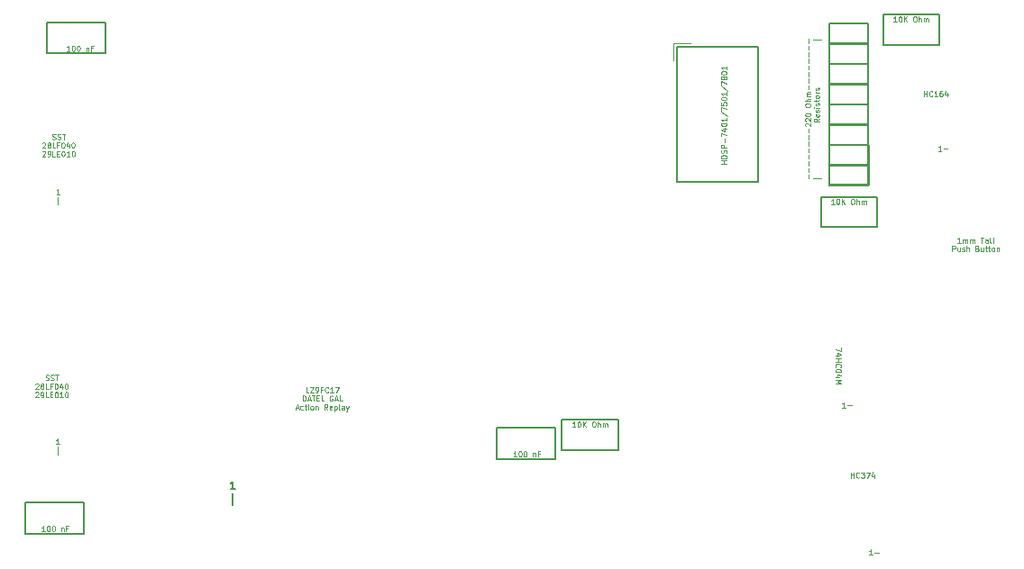
<source format=gbr>
%TF.GenerationSoftware,KiCad,Pcbnew,(6.0.2)*%
%TF.CreationDate,2022-10-23T12:21:37-05:00*%
%TF.ProjectId,REF1329_Optimized,52454631-3332-4395-9f4f-7074696d697a,rev?*%
%TF.SameCoordinates,Original*%
%TF.FileFunction,Legend,Top*%
%TF.FilePolarity,Positive*%
%FSLAX46Y46*%
G04 Gerber Fmt 4.6, Leading zero omitted, Abs format (unit mm)*
G04 Created by KiCad (PCBNEW (6.0.2)) date 2022-10-23 12:21:37*
%MOMM*%
%LPD*%
G01*
G04 APERTURE LIST*
%ADD10C,0.150000*%
%ADD11C,0.125000*%
%ADD12C,0.120000*%
G04 APERTURE END LIST*
D10*
X181709000Y-73933000D02*
X185329000Y-73933000D01*
X185329000Y-73933000D02*
X185329000Y-75808000D01*
X185329000Y-75808000D02*
X181709000Y-75808000D01*
X181709000Y-75808000D02*
X181709000Y-73933000D01*
X181709000Y-83474000D02*
X185364000Y-83474000D01*
X185364000Y-83474000D02*
X185364000Y-85364000D01*
X185364000Y-85364000D02*
X181709000Y-85364000D01*
X181709000Y-85364000D02*
X181709000Y-83474000D01*
X181709000Y-85372000D02*
X185364000Y-85372000D01*
X185364000Y-85372000D02*
X185364000Y-87198000D01*
X185364000Y-87198000D02*
X181709000Y-87198000D01*
X181709000Y-87198000D02*
X181709000Y-85372000D01*
X181709000Y-77714000D02*
X185295000Y-77714000D01*
X185295000Y-77714000D02*
X185295000Y-79629000D01*
X185295000Y-79629000D02*
X181709000Y-79629000D01*
X181709000Y-79629000D02*
X181709000Y-77714000D01*
X181709000Y-75816000D02*
X185306000Y-75816000D01*
X185306000Y-75816000D02*
X185306000Y-77714000D01*
X185306000Y-77714000D02*
X181709000Y-77714000D01*
X181709000Y-77714000D02*
X181709000Y-75816000D01*
X181709000Y-79621000D02*
X185322000Y-79621000D01*
X185322000Y-79621000D02*
X185322000Y-81544000D01*
X185322000Y-81544000D02*
X181709000Y-81544000D01*
X181709000Y-81544000D02*
X181709000Y-79621000D01*
X181709000Y-81544000D02*
X185329000Y-81544000D01*
X185329000Y-81544000D02*
X185329000Y-83449000D01*
X185329000Y-83449000D02*
X181709000Y-83449000D01*
X181709000Y-83449000D02*
X181709000Y-81544000D01*
X181709000Y-71984000D02*
X185310000Y-71984000D01*
X185310000Y-71984000D02*
X185310000Y-73914000D01*
X185310000Y-73914000D02*
X181709000Y-73914000D01*
X181709000Y-73914000D02*
X181709000Y-71984000D01*
X125843285Y-115817535D02*
X125414714Y-115817535D01*
X125629000Y-115817535D02*
X125629000Y-115067535D01*
X125557571Y-115174678D01*
X125486142Y-115246107D01*
X125414714Y-115281821D01*
X125629000Y-117275035D02*
X125629000Y-116203607D01*
D11*
X108697571Y-82872380D02*
X108769000Y-82896190D01*
X108888047Y-82896190D01*
X108935666Y-82872380D01*
X108959476Y-82848571D01*
X108983285Y-82800952D01*
X108983285Y-82753333D01*
X108959476Y-82705714D01*
X108935666Y-82681904D01*
X108888047Y-82658095D01*
X108792809Y-82634285D01*
X108745190Y-82610476D01*
X108721380Y-82586666D01*
X108697571Y-82539047D01*
X108697571Y-82491428D01*
X108721380Y-82443809D01*
X108745190Y-82420000D01*
X108792809Y-82396190D01*
X108911857Y-82396190D01*
X108983285Y-82420000D01*
X109173761Y-82872380D02*
X109245190Y-82896190D01*
X109364238Y-82896190D01*
X109411857Y-82872380D01*
X109435666Y-82848571D01*
X109459476Y-82800952D01*
X109459476Y-82753333D01*
X109435666Y-82705714D01*
X109411857Y-82681904D01*
X109364238Y-82658095D01*
X109269000Y-82634285D01*
X109221380Y-82610476D01*
X109197571Y-82586666D01*
X109173761Y-82539047D01*
X109173761Y-82491428D01*
X109197571Y-82443809D01*
X109221380Y-82420000D01*
X109269000Y-82396190D01*
X109388047Y-82396190D01*
X109459476Y-82420000D01*
X109602333Y-82396190D02*
X109888047Y-82396190D01*
X109745190Y-82896190D02*
X109745190Y-82396190D01*
X107757095Y-83248809D02*
X107780904Y-83225000D01*
X107828523Y-83201190D01*
X107947571Y-83201190D01*
X107995190Y-83225000D01*
X108019000Y-83248809D01*
X108042809Y-83296428D01*
X108042809Y-83344047D01*
X108019000Y-83415476D01*
X107733285Y-83701190D01*
X108042809Y-83701190D01*
X108328523Y-83415476D02*
X108280904Y-83391666D01*
X108257095Y-83367857D01*
X108233285Y-83320238D01*
X108233285Y-83296428D01*
X108257095Y-83248809D01*
X108280904Y-83225000D01*
X108328523Y-83201190D01*
X108423761Y-83201190D01*
X108471380Y-83225000D01*
X108495190Y-83248809D01*
X108519000Y-83296428D01*
X108519000Y-83320238D01*
X108495190Y-83367857D01*
X108471380Y-83391666D01*
X108423761Y-83415476D01*
X108328523Y-83415476D01*
X108280904Y-83439285D01*
X108257095Y-83463095D01*
X108233285Y-83510714D01*
X108233285Y-83605952D01*
X108257095Y-83653571D01*
X108280904Y-83677380D01*
X108328523Y-83701190D01*
X108423761Y-83701190D01*
X108471380Y-83677380D01*
X108495190Y-83653571D01*
X108519000Y-83605952D01*
X108519000Y-83510714D01*
X108495190Y-83463095D01*
X108471380Y-83439285D01*
X108423761Y-83415476D01*
X108971380Y-83701190D02*
X108733285Y-83701190D01*
X108733285Y-83201190D01*
X109304714Y-83439285D02*
X109138047Y-83439285D01*
X109138047Y-83701190D02*
X109138047Y-83201190D01*
X109376142Y-83201190D01*
X109661857Y-83201190D02*
X109709476Y-83201190D01*
X109757095Y-83225000D01*
X109780904Y-83248809D01*
X109804714Y-83296428D01*
X109828523Y-83391666D01*
X109828523Y-83510714D01*
X109804714Y-83605952D01*
X109780904Y-83653571D01*
X109757095Y-83677380D01*
X109709476Y-83701190D01*
X109661857Y-83701190D01*
X109614238Y-83677380D01*
X109590428Y-83653571D01*
X109566619Y-83605952D01*
X109542809Y-83510714D01*
X109542809Y-83391666D01*
X109566619Y-83296428D01*
X109590428Y-83248809D01*
X109614238Y-83225000D01*
X109661857Y-83201190D01*
X110257095Y-83367857D02*
X110257095Y-83701190D01*
X110138047Y-83177380D02*
X110019000Y-83534523D01*
X110328523Y-83534523D01*
X110614238Y-83201190D02*
X110661857Y-83201190D01*
X110709476Y-83225000D01*
X110733285Y-83248809D01*
X110757095Y-83296428D01*
X110780904Y-83391666D01*
X110780904Y-83510714D01*
X110757095Y-83605952D01*
X110733285Y-83653571D01*
X110709476Y-83677380D01*
X110661857Y-83701190D01*
X110614238Y-83701190D01*
X110566619Y-83677380D01*
X110542809Y-83653571D01*
X110519000Y-83605952D01*
X110495190Y-83510714D01*
X110495190Y-83391666D01*
X110519000Y-83296428D01*
X110542809Y-83248809D01*
X110566619Y-83225000D01*
X110614238Y-83201190D01*
X107745190Y-84053809D02*
X107769000Y-84030000D01*
X107816619Y-84006190D01*
X107935666Y-84006190D01*
X107983285Y-84030000D01*
X108007095Y-84053809D01*
X108030904Y-84101428D01*
X108030904Y-84149047D01*
X108007095Y-84220476D01*
X107721380Y-84506190D01*
X108030904Y-84506190D01*
X108269000Y-84506190D02*
X108364238Y-84506190D01*
X108411857Y-84482380D01*
X108435666Y-84458571D01*
X108483285Y-84387142D01*
X108507095Y-84291904D01*
X108507095Y-84101428D01*
X108483285Y-84053809D01*
X108459476Y-84030000D01*
X108411857Y-84006190D01*
X108316619Y-84006190D01*
X108269000Y-84030000D01*
X108245190Y-84053809D01*
X108221380Y-84101428D01*
X108221380Y-84220476D01*
X108245190Y-84268095D01*
X108269000Y-84291904D01*
X108316619Y-84315714D01*
X108411857Y-84315714D01*
X108459476Y-84291904D01*
X108483285Y-84268095D01*
X108507095Y-84220476D01*
X108959476Y-84506190D02*
X108721380Y-84506190D01*
X108721380Y-84006190D01*
X109126142Y-84244285D02*
X109292809Y-84244285D01*
X109364238Y-84506190D02*
X109126142Y-84506190D01*
X109126142Y-84006190D01*
X109364238Y-84006190D01*
X109673761Y-84006190D02*
X109721380Y-84006190D01*
X109769000Y-84030000D01*
X109792809Y-84053809D01*
X109816619Y-84101428D01*
X109840428Y-84196666D01*
X109840428Y-84315714D01*
X109816619Y-84410952D01*
X109792809Y-84458571D01*
X109769000Y-84482380D01*
X109721380Y-84506190D01*
X109673761Y-84506190D01*
X109626142Y-84482380D01*
X109602333Y-84458571D01*
X109578523Y-84410952D01*
X109554714Y-84315714D01*
X109554714Y-84196666D01*
X109578523Y-84101428D01*
X109602333Y-84053809D01*
X109626142Y-84030000D01*
X109673761Y-84006190D01*
X110316619Y-84506190D02*
X110030904Y-84506190D01*
X110173761Y-84506190D02*
X110173761Y-84006190D01*
X110126142Y-84077619D01*
X110078523Y-84125238D01*
X110030904Y-84149047D01*
X110626142Y-84006190D02*
X110673761Y-84006190D01*
X110721380Y-84030000D01*
X110745190Y-84053809D01*
X110769000Y-84101428D01*
X110792809Y-84196666D01*
X110792809Y-84315714D01*
X110769000Y-84410952D01*
X110745190Y-84458571D01*
X110721380Y-84482380D01*
X110673761Y-84506190D01*
X110626142Y-84506190D01*
X110578523Y-84482380D01*
X110554714Y-84458571D01*
X110530904Y-84410952D01*
X110507095Y-84315714D01*
X110507095Y-84196666D01*
X110530904Y-84101428D01*
X110554714Y-84053809D01*
X110578523Y-84030000D01*
X110626142Y-84006190D01*
X108058571Y-105538380D02*
X108130000Y-105562190D01*
X108249047Y-105562190D01*
X108296666Y-105538380D01*
X108320476Y-105514571D01*
X108344285Y-105466952D01*
X108344285Y-105419333D01*
X108320476Y-105371714D01*
X108296666Y-105347904D01*
X108249047Y-105324095D01*
X108153809Y-105300285D01*
X108106190Y-105276476D01*
X108082380Y-105252666D01*
X108058571Y-105205047D01*
X108058571Y-105157428D01*
X108082380Y-105109809D01*
X108106190Y-105086000D01*
X108153809Y-105062190D01*
X108272857Y-105062190D01*
X108344285Y-105086000D01*
X108534761Y-105538380D02*
X108606190Y-105562190D01*
X108725238Y-105562190D01*
X108772857Y-105538380D01*
X108796666Y-105514571D01*
X108820476Y-105466952D01*
X108820476Y-105419333D01*
X108796666Y-105371714D01*
X108772857Y-105347904D01*
X108725238Y-105324095D01*
X108630000Y-105300285D01*
X108582380Y-105276476D01*
X108558571Y-105252666D01*
X108534761Y-105205047D01*
X108534761Y-105157428D01*
X108558571Y-105109809D01*
X108582380Y-105086000D01*
X108630000Y-105062190D01*
X108749047Y-105062190D01*
X108820476Y-105086000D01*
X108963333Y-105062190D02*
X109249047Y-105062190D01*
X109106190Y-105562190D02*
X109106190Y-105062190D01*
X107118095Y-105914809D02*
X107141904Y-105891000D01*
X107189523Y-105867190D01*
X107308571Y-105867190D01*
X107356190Y-105891000D01*
X107380000Y-105914809D01*
X107403809Y-105962428D01*
X107403809Y-106010047D01*
X107380000Y-106081476D01*
X107094285Y-106367190D01*
X107403809Y-106367190D01*
X107689523Y-106081476D02*
X107641904Y-106057666D01*
X107618095Y-106033857D01*
X107594285Y-105986238D01*
X107594285Y-105962428D01*
X107618095Y-105914809D01*
X107641904Y-105891000D01*
X107689523Y-105867190D01*
X107784761Y-105867190D01*
X107832380Y-105891000D01*
X107856190Y-105914809D01*
X107880000Y-105962428D01*
X107880000Y-105986238D01*
X107856190Y-106033857D01*
X107832380Y-106057666D01*
X107784761Y-106081476D01*
X107689523Y-106081476D01*
X107641904Y-106105285D01*
X107618095Y-106129095D01*
X107594285Y-106176714D01*
X107594285Y-106271952D01*
X107618095Y-106319571D01*
X107641904Y-106343380D01*
X107689523Y-106367190D01*
X107784761Y-106367190D01*
X107832380Y-106343380D01*
X107856190Y-106319571D01*
X107880000Y-106271952D01*
X107880000Y-106176714D01*
X107856190Y-106129095D01*
X107832380Y-106105285D01*
X107784761Y-106081476D01*
X108332380Y-106367190D02*
X108094285Y-106367190D01*
X108094285Y-105867190D01*
X108665714Y-106105285D02*
X108499047Y-106105285D01*
X108499047Y-106367190D02*
X108499047Y-105867190D01*
X108737142Y-105867190D01*
X109022857Y-105867190D02*
X109070476Y-105867190D01*
X109118095Y-105891000D01*
X109141904Y-105914809D01*
X109165714Y-105962428D01*
X109189523Y-106057666D01*
X109189523Y-106176714D01*
X109165714Y-106271952D01*
X109141904Y-106319571D01*
X109118095Y-106343380D01*
X109070476Y-106367190D01*
X109022857Y-106367190D01*
X108975238Y-106343380D01*
X108951428Y-106319571D01*
X108927619Y-106271952D01*
X108903809Y-106176714D01*
X108903809Y-106057666D01*
X108927619Y-105962428D01*
X108951428Y-105914809D01*
X108975238Y-105891000D01*
X109022857Y-105867190D01*
X109618095Y-106033857D02*
X109618095Y-106367190D01*
X109499047Y-105843380D02*
X109380000Y-106200523D01*
X109689523Y-106200523D01*
X109975238Y-105867190D02*
X110022857Y-105867190D01*
X110070476Y-105891000D01*
X110094285Y-105914809D01*
X110118095Y-105962428D01*
X110141904Y-106057666D01*
X110141904Y-106176714D01*
X110118095Y-106271952D01*
X110094285Y-106319571D01*
X110070476Y-106343380D01*
X110022857Y-106367190D01*
X109975238Y-106367190D01*
X109927619Y-106343380D01*
X109903809Y-106319571D01*
X109880000Y-106271952D01*
X109856190Y-106176714D01*
X109856190Y-106057666D01*
X109880000Y-105962428D01*
X109903809Y-105914809D01*
X109927619Y-105891000D01*
X109975238Y-105867190D01*
X107106190Y-106719809D02*
X107130000Y-106696000D01*
X107177619Y-106672190D01*
X107296666Y-106672190D01*
X107344285Y-106696000D01*
X107368095Y-106719809D01*
X107391904Y-106767428D01*
X107391904Y-106815047D01*
X107368095Y-106886476D01*
X107082380Y-107172190D01*
X107391904Y-107172190D01*
X107630000Y-107172190D02*
X107725238Y-107172190D01*
X107772857Y-107148380D01*
X107796666Y-107124571D01*
X107844285Y-107053142D01*
X107868095Y-106957904D01*
X107868095Y-106767428D01*
X107844285Y-106719809D01*
X107820476Y-106696000D01*
X107772857Y-106672190D01*
X107677619Y-106672190D01*
X107630000Y-106696000D01*
X107606190Y-106719809D01*
X107582380Y-106767428D01*
X107582380Y-106886476D01*
X107606190Y-106934095D01*
X107630000Y-106957904D01*
X107677619Y-106981714D01*
X107772857Y-106981714D01*
X107820476Y-106957904D01*
X107844285Y-106934095D01*
X107868095Y-106886476D01*
X108320476Y-107172190D02*
X108082380Y-107172190D01*
X108082380Y-106672190D01*
X108487142Y-106910285D02*
X108653809Y-106910285D01*
X108725238Y-107172190D02*
X108487142Y-107172190D01*
X108487142Y-106672190D01*
X108725238Y-106672190D01*
X109034761Y-106672190D02*
X109082380Y-106672190D01*
X109130000Y-106696000D01*
X109153809Y-106719809D01*
X109177619Y-106767428D01*
X109201428Y-106862666D01*
X109201428Y-106981714D01*
X109177619Y-107076952D01*
X109153809Y-107124571D01*
X109130000Y-107148380D01*
X109082380Y-107172190D01*
X109034761Y-107172190D01*
X108987142Y-107148380D01*
X108963333Y-107124571D01*
X108939523Y-107076952D01*
X108915714Y-106981714D01*
X108915714Y-106862666D01*
X108939523Y-106767428D01*
X108963333Y-106719809D01*
X108987142Y-106696000D01*
X109034761Y-106672190D01*
X109677619Y-107172190D02*
X109391904Y-107172190D01*
X109534761Y-107172190D02*
X109534761Y-106672190D01*
X109487142Y-106743619D01*
X109439523Y-106791238D01*
X109391904Y-106815047D01*
X109987142Y-106672190D02*
X110034761Y-106672190D01*
X110082380Y-106696000D01*
X110106190Y-106719809D01*
X110130000Y-106767428D01*
X110153809Y-106862666D01*
X110153809Y-106981714D01*
X110130000Y-107076952D01*
X110106190Y-107124571D01*
X110082380Y-107148380D01*
X110034761Y-107172190D01*
X109987142Y-107172190D01*
X109939523Y-107148380D01*
X109915714Y-107124571D01*
X109891904Y-107076952D01*
X109868095Y-106981714D01*
X109868095Y-106862666D01*
X109891904Y-106767428D01*
X109915714Y-106719809D01*
X109939523Y-106696000D01*
X109987142Y-106672190D01*
X190539857Y-78859190D02*
X190539857Y-78359190D01*
X190539857Y-78597285D02*
X190825571Y-78597285D01*
X190825571Y-78859190D02*
X190825571Y-78359190D01*
X191349380Y-78811571D02*
X191325571Y-78835380D01*
X191254142Y-78859190D01*
X191206523Y-78859190D01*
X191135095Y-78835380D01*
X191087476Y-78787761D01*
X191063666Y-78740142D01*
X191039857Y-78644904D01*
X191039857Y-78573476D01*
X191063666Y-78478238D01*
X191087476Y-78430619D01*
X191135095Y-78383000D01*
X191206523Y-78359190D01*
X191254142Y-78359190D01*
X191325571Y-78383000D01*
X191349380Y-78406809D01*
X191825571Y-78859190D02*
X191539857Y-78859190D01*
X191682714Y-78859190D02*
X191682714Y-78359190D01*
X191635095Y-78430619D01*
X191587476Y-78478238D01*
X191539857Y-78502047D01*
X192254142Y-78359190D02*
X192158904Y-78359190D01*
X192111285Y-78383000D01*
X192087476Y-78406809D01*
X192039857Y-78478238D01*
X192016047Y-78573476D01*
X192016047Y-78763952D01*
X192039857Y-78811571D01*
X192063666Y-78835380D01*
X192111285Y-78859190D01*
X192206523Y-78859190D01*
X192254142Y-78835380D01*
X192277952Y-78811571D01*
X192301761Y-78763952D01*
X192301761Y-78644904D01*
X192277952Y-78597285D01*
X192254142Y-78573476D01*
X192206523Y-78549666D01*
X192111285Y-78549666D01*
X192063666Y-78573476D01*
X192039857Y-78597285D01*
X192016047Y-78644904D01*
X192730333Y-78525857D02*
X192730333Y-78859190D01*
X192611285Y-78335380D02*
X192492238Y-78692523D01*
X192801761Y-78692523D01*
X192186333Y-84001190D02*
X191900619Y-84001190D01*
X192043476Y-84001190D02*
X192043476Y-83501190D01*
X191995857Y-83572619D01*
X191948238Y-83620238D01*
X191900619Y-83644047D01*
X192400619Y-83810714D02*
X192781571Y-83810714D01*
X132770095Y-106705190D02*
X132532000Y-106705190D01*
X132532000Y-106205190D01*
X132889142Y-106205190D02*
X133222476Y-106205190D01*
X132889142Y-106705190D01*
X133222476Y-106705190D01*
X133436761Y-106705190D02*
X133532000Y-106705190D01*
X133579619Y-106681380D01*
X133603428Y-106657571D01*
X133651047Y-106586142D01*
X133674857Y-106490904D01*
X133674857Y-106300428D01*
X133651047Y-106252809D01*
X133627238Y-106229000D01*
X133579619Y-106205190D01*
X133484380Y-106205190D01*
X133436761Y-106229000D01*
X133412952Y-106252809D01*
X133389142Y-106300428D01*
X133389142Y-106419476D01*
X133412952Y-106467095D01*
X133436761Y-106490904D01*
X133484380Y-106514714D01*
X133579619Y-106514714D01*
X133627238Y-106490904D01*
X133651047Y-106467095D01*
X133674857Y-106419476D01*
X134055809Y-106443285D02*
X133889142Y-106443285D01*
X133889142Y-106705190D02*
X133889142Y-106205190D01*
X134127238Y-106205190D01*
X134603428Y-106657571D02*
X134579619Y-106681380D01*
X134508190Y-106705190D01*
X134460571Y-106705190D01*
X134389142Y-106681380D01*
X134341523Y-106633761D01*
X134317714Y-106586142D01*
X134293904Y-106490904D01*
X134293904Y-106419476D01*
X134317714Y-106324238D01*
X134341523Y-106276619D01*
X134389142Y-106229000D01*
X134460571Y-106205190D01*
X134508190Y-106205190D01*
X134579619Y-106229000D01*
X134603428Y-106252809D01*
X135079619Y-106705190D02*
X134793904Y-106705190D01*
X134936761Y-106705190D02*
X134936761Y-106205190D01*
X134889142Y-106276619D01*
X134841523Y-106324238D01*
X134793904Y-106348047D01*
X135246285Y-106205190D02*
X135579619Y-106205190D01*
X135365333Y-106705190D01*
X132210571Y-107510190D02*
X132210571Y-107010190D01*
X132329619Y-107010190D01*
X132401047Y-107034000D01*
X132448666Y-107081619D01*
X132472476Y-107129238D01*
X132496285Y-107224476D01*
X132496285Y-107295904D01*
X132472476Y-107391142D01*
X132448666Y-107438761D01*
X132401047Y-107486380D01*
X132329619Y-107510190D01*
X132210571Y-107510190D01*
X132686761Y-107367333D02*
X132924857Y-107367333D01*
X132639142Y-107510190D02*
X132805809Y-107010190D01*
X132972476Y-107510190D01*
X133067714Y-107010190D02*
X133353428Y-107010190D01*
X133210571Y-107510190D02*
X133210571Y-107010190D01*
X133520095Y-107248285D02*
X133686761Y-107248285D01*
X133758190Y-107510190D02*
X133520095Y-107510190D01*
X133520095Y-107010190D01*
X133758190Y-107010190D01*
X134210571Y-107510190D02*
X133972476Y-107510190D01*
X133972476Y-107010190D01*
X135020095Y-107034000D02*
X134972476Y-107010190D01*
X134901047Y-107010190D01*
X134829619Y-107034000D01*
X134782000Y-107081619D01*
X134758190Y-107129238D01*
X134734380Y-107224476D01*
X134734380Y-107295904D01*
X134758190Y-107391142D01*
X134782000Y-107438761D01*
X134829619Y-107486380D01*
X134901047Y-107510190D01*
X134948666Y-107510190D01*
X135020095Y-107486380D01*
X135043904Y-107462571D01*
X135043904Y-107295904D01*
X134948666Y-107295904D01*
X135234380Y-107367333D02*
X135472476Y-107367333D01*
X135186761Y-107510190D02*
X135353428Y-107010190D01*
X135520095Y-107510190D01*
X135924857Y-107510190D02*
X135686761Y-107510190D01*
X135686761Y-107010190D01*
X131555809Y-108172333D02*
X131793904Y-108172333D01*
X131508190Y-108315190D02*
X131674857Y-107815190D01*
X131841523Y-108315190D01*
X132222476Y-108291380D02*
X132174857Y-108315190D01*
X132079619Y-108315190D01*
X132032000Y-108291380D01*
X132008190Y-108267571D01*
X131984380Y-108219952D01*
X131984380Y-108077095D01*
X132008190Y-108029476D01*
X132032000Y-108005666D01*
X132079619Y-107981857D01*
X132174857Y-107981857D01*
X132222476Y-108005666D01*
X132365333Y-107981857D02*
X132555809Y-107981857D01*
X132436761Y-107815190D02*
X132436761Y-108243761D01*
X132460571Y-108291380D01*
X132508190Y-108315190D01*
X132555809Y-108315190D01*
X132722476Y-108315190D02*
X132722476Y-107981857D01*
X132722476Y-107815190D02*
X132698666Y-107839000D01*
X132722476Y-107862809D01*
X132746285Y-107839000D01*
X132722476Y-107815190D01*
X132722476Y-107862809D01*
X133032000Y-108315190D02*
X132984380Y-108291380D01*
X132960571Y-108267571D01*
X132936761Y-108219952D01*
X132936761Y-108077095D01*
X132960571Y-108029476D01*
X132984380Y-108005666D01*
X133032000Y-107981857D01*
X133103428Y-107981857D01*
X133151047Y-108005666D01*
X133174857Y-108029476D01*
X133198666Y-108077095D01*
X133198666Y-108219952D01*
X133174857Y-108267571D01*
X133151047Y-108291380D01*
X133103428Y-108315190D01*
X133032000Y-108315190D01*
X133412952Y-107981857D02*
X133412952Y-108315190D01*
X133412952Y-108029476D02*
X133436761Y-108005666D01*
X133484380Y-107981857D01*
X133555809Y-107981857D01*
X133603428Y-108005666D01*
X133627238Y-108053285D01*
X133627238Y-108315190D01*
X134532000Y-108315190D02*
X134365333Y-108077095D01*
X134246285Y-108315190D02*
X134246285Y-107815190D01*
X134436761Y-107815190D01*
X134484380Y-107839000D01*
X134508190Y-107862809D01*
X134532000Y-107910428D01*
X134532000Y-107981857D01*
X134508190Y-108029476D01*
X134484380Y-108053285D01*
X134436761Y-108077095D01*
X134246285Y-108077095D01*
X134936761Y-108291380D02*
X134889142Y-108315190D01*
X134793904Y-108315190D01*
X134746285Y-108291380D01*
X134722476Y-108243761D01*
X134722476Y-108053285D01*
X134746285Y-108005666D01*
X134793904Y-107981857D01*
X134889142Y-107981857D01*
X134936761Y-108005666D01*
X134960571Y-108053285D01*
X134960571Y-108100904D01*
X134722476Y-108148523D01*
X135174857Y-107981857D02*
X135174857Y-108481857D01*
X135174857Y-108005666D02*
X135222476Y-107981857D01*
X135317714Y-107981857D01*
X135365333Y-108005666D01*
X135389142Y-108029476D01*
X135412952Y-108077095D01*
X135412952Y-108219952D01*
X135389142Y-108267571D01*
X135365333Y-108291380D01*
X135317714Y-108315190D01*
X135222476Y-108315190D01*
X135174857Y-108291380D01*
X135698666Y-108315190D02*
X135651047Y-108291380D01*
X135627238Y-108243761D01*
X135627238Y-107815190D01*
X136103428Y-108315190D02*
X136103428Y-108053285D01*
X136079619Y-108005666D01*
X136032000Y-107981857D01*
X135936761Y-107981857D01*
X135889142Y-108005666D01*
X136103428Y-108291380D02*
X136055809Y-108315190D01*
X135936761Y-108315190D01*
X135889142Y-108291380D01*
X135865333Y-108243761D01*
X135865333Y-108196142D01*
X135889142Y-108148523D01*
X135936761Y-108124714D01*
X136055809Y-108124714D01*
X136103428Y-108100904D01*
X136293904Y-107981857D02*
X136412952Y-108315190D01*
X136532000Y-107981857D02*
X136412952Y-108315190D01*
X136365333Y-108434238D01*
X136341523Y-108458047D01*
X136293904Y-108481857D01*
X109336857Y-111561690D02*
X109051142Y-111561690D01*
X109194000Y-111561690D02*
X109194000Y-111061690D01*
X109146380Y-111133119D01*
X109098761Y-111180738D01*
X109051142Y-111204547D01*
X109194000Y-112533357D02*
X109194000Y-111819071D01*
X172013190Y-85197428D02*
X171513190Y-85197428D01*
X171751285Y-85197428D02*
X171751285Y-84911714D01*
X172013190Y-84911714D02*
X171513190Y-84911714D01*
X172013190Y-84673619D02*
X171513190Y-84673619D01*
X171513190Y-84554571D01*
X171537000Y-84483142D01*
X171584619Y-84435523D01*
X171632238Y-84411714D01*
X171727476Y-84387904D01*
X171798904Y-84387904D01*
X171894142Y-84411714D01*
X171941761Y-84435523D01*
X171989380Y-84483142D01*
X172013190Y-84554571D01*
X172013190Y-84673619D01*
X171989380Y-84197428D02*
X172013190Y-84126000D01*
X172013190Y-84006952D01*
X171989380Y-83959333D01*
X171965571Y-83935523D01*
X171917952Y-83911714D01*
X171870333Y-83911714D01*
X171822714Y-83935523D01*
X171798904Y-83959333D01*
X171775095Y-84006952D01*
X171751285Y-84102190D01*
X171727476Y-84149809D01*
X171703666Y-84173619D01*
X171656047Y-84197428D01*
X171608428Y-84197428D01*
X171560809Y-84173619D01*
X171537000Y-84149809D01*
X171513190Y-84102190D01*
X171513190Y-83983142D01*
X171537000Y-83911714D01*
X172013190Y-83697428D02*
X171513190Y-83697428D01*
X171513190Y-83506952D01*
X171537000Y-83459333D01*
X171560809Y-83435523D01*
X171608428Y-83411714D01*
X171679857Y-83411714D01*
X171727476Y-83435523D01*
X171751285Y-83459333D01*
X171775095Y-83506952D01*
X171775095Y-83697428D01*
X171822714Y-83197428D02*
X171822714Y-82816476D01*
X171513190Y-82626000D02*
X171513190Y-82292666D01*
X172013190Y-82506952D01*
X171679857Y-81887904D02*
X172013190Y-81887904D01*
X171489380Y-82006952D02*
X171846523Y-82126000D01*
X171846523Y-81816476D01*
X171513190Y-81530761D02*
X171513190Y-81483142D01*
X171537000Y-81435523D01*
X171560809Y-81411714D01*
X171608428Y-81387904D01*
X171703666Y-81364095D01*
X171822714Y-81364095D01*
X171917952Y-81387904D01*
X171965571Y-81411714D01*
X171989380Y-81435523D01*
X172013190Y-81483142D01*
X172013190Y-81530761D01*
X171989380Y-81578380D01*
X171965571Y-81602190D01*
X171917952Y-81626000D01*
X171822714Y-81649809D01*
X171703666Y-81649809D01*
X171608428Y-81626000D01*
X171560809Y-81602190D01*
X171537000Y-81578380D01*
X171513190Y-81530761D01*
X172013190Y-80887904D02*
X172013190Y-81173619D01*
X172013190Y-81030761D02*
X171513190Y-81030761D01*
X171584619Y-81078380D01*
X171632238Y-81126000D01*
X171656047Y-81173619D01*
X171489380Y-80316476D02*
X172132238Y-80745047D01*
X171513190Y-80197428D02*
X171513190Y-79864095D01*
X172013190Y-80078380D01*
X171513190Y-79435523D02*
X171513190Y-79673619D01*
X171751285Y-79697428D01*
X171727476Y-79673619D01*
X171703666Y-79626000D01*
X171703666Y-79506952D01*
X171727476Y-79459333D01*
X171751285Y-79435523D01*
X171798904Y-79411714D01*
X171917952Y-79411714D01*
X171965571Y-79435523D01*
X171989380Y-79459333D01*
X172013190Y-79506952D01*
X172013190Y-79626000D01*
X171989380Y-79673619D01*
X171965571Y-79697428D01*
X171513190Y-79102190D02*
X171513190Y-79054571D01*
X171537000Y-79006952D01*
X171560809Y-78983142D01*
X171608428Y-78959333D01*
X171703666Y-78935523D01*
X171822714Y-78935523D01*
X171917952Y-78959333D01*
X171965571Y-78983142D01*
X171989380Y-79006952D01*
X172013190Y-79054571D01*
X172013190Y-79102190D01*
X171989380Y-79149809D01*
X171965571Y-79173619D01*
X171917952Y-79197428D01*
X171822714Y-79221238D01*
X171703666Y-79221238D01*
X171608428Y-79197428D01*
X171560809Y-79173619D01*
X171537000Y-79149809D01*
X171513190Y-79102190D01*
X172013190Y-78459333D02*
X172013190Y-78745047D01*
X172013190Y-78602190D02*
X171513190Y-78602190D01*
X171584619Y-78649809D01*
X171632238Y-78697428D01*
X171656047Y-78745047D01*
X171489380Y-77887904D02*
X172132238Y-78316476D01*
X171513190Y-77768857D02*
X171513190Y-77435523D01*
X172013190Y-77649809D01*
X171727476Y-77173619D02*
X171703666Y-77221238D01*
X171679857Y-77245047D01*
X171632238Y-77268857D01*
X171608428Y-77268857D01*
X171560809Y-77245047D01*
X171537000Y-77221238D01*
X171513190Y-77173619D01*
X171513190Y-77078380D01*
X171537000Y-77030761D01*
X171560809Y-77006952D01*
X171608428Y-76983142D01*
X171632238Y-76983142D01*
X171679857Y-77006952D01*
X171703666Y-77030761D01*
X171727476Y-77078380D01*
X171727476Y-77173619D01*
X171751285Y-77221238D01*
X171775095Y-77245047D01*
X171822714Y-77268857D01*
X171917952Y-77268857D01*
X171965571Y-77245047D01*
X171989380Y-77221238D01*
X172013190Y-77173619D01*
X172013190Y-77078380D01*
X171989380Y-77030761D01*
X171965571Y-77006952D01*
X171917952Y-76983142D01*
X171822714Y-76983142D01*
X171775095Y-77006952D01*
X171751285Y-77030761D01*
X171727476Y-77078380D01*
X171513190Y-76673619D02*
X171513190Y-76626000D01*
X171537000Y-76578380D01*
X171560809Y-76554571D01*
X171608428Y-76530761D01*
X171703666Y-76506952D01*
X171822714Y-76506952D01*
X171917952Y-76530761D01*
X171965571Y-76554571D01*
X171989380Y-76578380D01*
X172013190Y-76626000D01*
X172013190Y-76673619D01*
X171989380Y-76721238D01*
X171965571Y-76745047D01*
X171917952Y-76768857D01*
X171822714Y-76792666D01*
X171703666Y-76792666D01*
X171608428Y-76768857D01*
X171560809Y-76745047D01*
X171537000Y-76721238D01*
X171513190Y-76673619D01*
X172013190Y-76030761D02*
X172013190Y-76316476D01*
X172013190Y-76173619D02*
X171513190Y-76173619D01*
X171584619Y-76221238D01*
X171632238Y-76268857D01*
X171656047Y-76316476D01*
X185720333Y-121975190D02*
X185434619Y-121975190D01*
X185577476Y-121975190D02*
X185577476Y-121475190D01*
X185529857Y-121546619D01*
X185482238Y-121594238D01*
X185434619Y-121618047D01*
X185934619Y-121784714D02*
X186315571Y-121784714D01*
X183674857Y-114722190D02*
X183674857Y-114222190D01*
X183674857Y-114460285D02*
X183960571Y-114460285D01*
X183960571Y-114722190D02*
X183960571Y-114222190D01*
X184484380Y-114674571D02*
X184460571Y-114698380D01*
X184389142Y-114722190D01*
X184341523Y-114722190D01*
X184270095Y-114698380D01*
X184222476Y-114650761D01*
X184198666Y-114603142D01*
X184174857Y-114507904D01*
X184174857Y-114436476D01*
X184198666Y-114341238D01*
X184222476Y-114293619D01*
X184270095Y-114246000D01*
X184341523Y-114222190D01*
X184389142Y-114222190D01*
X184460571Y-114246000D01*
X184484380Y-114269809D01*
X184651047Y-114222190D02*
X184960571Y-114222190D01*
X184793904Y-114412666D01*
X184865333Y-114412666D01*
X184912952Y-114436476D01*
X184936761Y-114460285D01*
X184960571Y-114507904D01*
X184960571Y-114626952D01*
X184936761Y-114674571D01*
X184912952Y-114698380D01*
X184865333Y-114722190D01*
X184722476Y-114722190D01*
X184674857Y-114698380D01*
X184651047Y-114674571D01*
X185127238Y-114222190D02*
X185460571Y-114222190D01*
X185246285Y-114722190D01*
X185865333Y-114388857D02*
X185865333Y-114722190D01*
X185746285Y-114198380D02*
X185627238Y-114555523D01*
X185936761Y-114555523D01*
X183163333Y-108127190D02*
X182877619Y-108127190D01*
X183020476Y-108127190D02*
X183020476Y-107627190D01*
X182972857Y-107698619D01*
X182925238Y-107746238D01*
X182877619Y-107770047D01*
X183377619Y-107936714D02*
X183758571Y-107936714D01*
X109361857Y-88050690D02*
X109076142Y-88050690D01*
X109219000Y-88050690D02*
X109219000Y-87550690D01*
X109171380Y-87622119D01*
X109123761Y-87669738D01*
X109076142Y-87693547D01*
X109219000Y-89022357D02*
X109219000Y-88308071D01*
X182750809Y-102525428D02*
X182750809Y-102858761D01*
X182250809Y-102644476D01*
X182584142Y-103263523D02*
X182250809Y-103263523D01*
X182774619Y-103144476D02*
X182417476Y-103025428D01*
X182417476Y-103334952D01*
X182250809Y-103525428D02*
X182750809Y-103525428D01*
X182512714Y-103525428D02*
X182512714Y-103811142D01*
X182250809Y-103811142D02*
X182750809Y-103811142D01*
X182298428Y-104334952D02*
X182274619Y-104311142D01*
X182250809Y-104239714D01*
X182250809Y-104192095D01*
X182274619Y-104120666D01*
X182322238Y-104073047D01*
X182369857Y-104049238D01*
X182465095Y-104025428D01*
X182536523Y-104025428D01*
X182631761Y-104049238D01*
X182679380Y-104073047D01*
X182727000Y-104120666D01*
X182750809Y-104192095D01*
X182750809Y-104239714D01*
X182727000Y-104311142D01*
X182703190Y-104334952D01*
X182750809Y-104644476D02*
X182750809Y-104692095D01*
X182727000Y-104739714D01*
X182703190Y-104763523D01*
X182655571Y-104787333D01*
X182560333Y-104811142D01*
X182441285Y-104811142D01*
X182346047Y-104787333D01*
X182298428Y-104763523D01*
X182274619Y-104739714D01*
X182250809Y-104692095D01*
X182250809Y-104644476D01*
X182274619Y-104596857D01*
X182298428Y-104573047D01*
X182346047Y-104549238D01*
X182441285Y-104525428D01*
X182560333Y-104525428D01*
X182655571Y-104549238D01*
X182703190Y-104573047D01*
X182727000Y-104596857D01*
X182750809Y-104644476D01*
X182584142Y-105239714D02*
X182250809Y-105239714D01*
X182774619Y-105120666D02*
X182417476Y-105001619D01*
X182417476Y-105311142D01*
X182250809Y-105501619D02*
X182750809Y-105501619D01*
X182393666Y-105668285D01*
X182750809Y-105834952D01*
X182250809Y-105834952D01*
X194016142Y-92624690D02*
X193730428Y-92624690D01*
X193873285Y-92624690D02*
X193873285Y-92124690D01*
X193825666Y-92196119D01*
X193778047Y-92243738D01*
X193730428Y-92267547D01*
X194230428Y-92624690D02*
X194230428Y-92291357D01*
X194230428Y-92338976D02*
X194254238Y-92315166D01*
X194301857Y-92291357D01*
X194373285Y-92291357D01*
X194420904Y-92315166D01*
X194444714Y-92362785D01*
X194444714Y-92624690D01*
X194444714Y-92362785D02*
X194468523Y-92315166D01*
X194516142Y-92291357D01*
X194587571Y-92291357D01*
X194635190Y-92315166D01*
X194659000Y-92362785D01*
X194659000Y-92624690D01*
X194897095Y-92624690D02*
X194897095Y-92291357D01*
X194897095Y-92338976D02*
X194920904Y-92315166D01*
X194968523Y-92291357D01*
X195039952Y-92291357D01*
X195087571Y-92315166D01*
X195111380Y-92362785D01*
X195111380Y-92624690D01*
X195111380Y-92362785D02*
X195135190Y-92315166D01*
X195182809Y-92291357D01*
X195254238Y-92291357D01*
X195301857Y-92315166D01*
X195325666Y-92362785D01*
X195325666Y-92624690D01*
X195873285Y-92124690D02*
X196159000Y-92124690D01*
X196016142Y-92624690D02*
X196016142Y-92124690D01*
X196539952Y-92624690D02*
X196539952Y-92362785D01*
X196516142Y-92315166D01*
X196468523Y-92291357D01*
X196373285Y-92291357D01*
X196325666Y-92315166D01*
X196539952Y-92600880D02*
X196492333Y-92624690D01*
X196373285Y-92624690D01*
X196325666Y-92600880D01*
X196301857Y-92553261D01*
X196301857Y-92505642D01*
X196325666Y-92458023D01*
X196373285Y-92434214D01*
X196492333Y-92434214D01*
X196539952Y-92410404D01*
X196849476Y-92624690D02*
X196801857Y-92600880D01*
X196778047Y-92553261D01*
X196778047Y-92124690D01*
X197111380Y-92624690D02*
X197063761Y-92600880D01*
X197039952Y-92553261D01*
X197039952Y-92124690D01*
X193218523Y-93429690D02*
X193218523Y-92929690D01*
X193409000Y-92929690D01*
X193456619Y-92953500D01*
X193480428Y-92977309D01*
X193504238Y-93024928D01*
X193504238Y-93096357D01*
X193480428Y-93143976D01*
X193456619Y-93167785D01*
X193409000Y-93191595D01*
X193218523Y-93191595D01*
X193932809Y-93096357D02*
X193932809Y-93429690D01*
X193718523Y-93096357D02*
X193718523Y-93358261D01*
X193742333Y-93405880D01*
X193789952Y-93429690D01*
X193861380Y-93429690D01*
X193909000Y-93405880D01*
X193932809Y-93382071D01*
X194147095Y-93405880D02*
X194194714Y-93429690D01*
X194289952Y-93429690D01*
X194337571Y-93405880D01*
X194361380Y-93358261D01*
X194361380Y-93334452D01*
X194337571Y-93286833D01*
X194289952Y-93263023D01*
X194218523Y-93263023D01*
X194170904Y-93239214D01*
X194147095Y-93191595D01*
X194147095Y-93167785D01*
X194170904Y-93120166D01*
X194218523Y-93096357D01*
X194289952Y-93096357D01*
X194337571Y-93120166D01*
X194575666Y-93429690D02*
X194575666Y-92929690D01*
X194789952Y-93429690D02*
X194789952Y-93167785D01*
X194766142Y-93120166D01*
X194718523Y-93096357D01*
X194647095Y-93096357D01*
X194599476Y-93120166D01*
X194575666Y-93143976D01*
X195575666Y-93167785D02*
X195647095Y-93191595D01*
X195670904Y-93215404D01*
X195694714Y-93263023D01*
X195694714Y-93334452D01*
X195670904Y-93382071D01*
X195647095Y-93405880D01*
X195599476Y-93429690D01*
X195409000Y-93429690D01*
X195409000Y-92929690D01*
X195575666Y-92929690D01*
X195623285Y-92953500D01*
X195647095Y-92977309D01*
X195670904Y-93024928D01*
X195670904Y-93072547D01*
X195647095Y-93120166D01*
X195623285Y-93143976D01*
X195575666Y-93167785D01*
X195409000Y-93167785D01*
X196123285Y-93096357D02*
X196123285Y-93429690D01*
X195909000Y-93096357D02*
X195909000Y-93358261D01*
X195932809Y-93405880D01*
X195980428Y-93429690D01*
X196051857Y-93429690D01*
X196099476Y-93405880D01*
X196123285Y-93382071D01*
X196289952Y-93096357D02*
X196480428Y-93096357D01*
X196361380Y-92929690D02*
X196361380Y-93358261D01*
X196385190Y-93405880D01*
X196432809Y-93429690D01*
X196480428Y-93429690D01*
X196575666Y-93096357D02*
X196766142Y-93096357D01*
X196647095Y-92929690D02*
X196647095Y-93358261D01*
X196670904Y-93405880D01*
X196718523Y-93429690D01*
X196766142Y-93429690D01*
X197004238Y-93429690D02*
X196956619Y-93405880D01*
X196932809Y-93382071D01*
X196909000Y-93334452D01*
X196909000Y-93191595D01*
X196932809Y-93143976D01*
X196956619Y-93120166D01*
X197004238Y-93096357D01*
X197075666Y-93096357D01*
X197123285Y-93120166D01*
X197147095Y-93143976D01*
X197170904Y-93191595D01*
X197170904Y-93334452D01*
X197147095Y-93382071D01*
X197123285Y-93405880D01*
X197075666Y-93429690D01*
X197004238Y-93429690D01*
X197385190Y-93096357D02*
X197385190Y-93429690D01*
X197385190Y-93143976D02*
X197409000Y-93120166D01*
X197456619Y-93096357D01*
X197528047Y-93096357D01*
X197575666Y-93120166D01*
X197599476Y-93167785D01*
X197599476Y-93429690D01*
X179718214Y-86600523D02*
X179718214Y-86219571D01*
X179718214Y-85981476D02*
X179718214Y-85600523D01*
X179718214Y-85362428D02*
X179718214Y-84981476D01*
X179718214Y-84743380D02*
X179718214Y-84362428D01*
X179718214Y-84124333D02*
X179718214Y-83743380D01*
X179718214Y-83505285D02*
X179718214Y-83124333D01*
X179718214Y-82886238D02*
X179718214Y-82505285D01*
X179718214Y-82267190D02*
X179718214Y-81886238D01*
X179456309Y-81671952D02*
X179432500Y-81648142D01*
X179408690Y-81600523D01*
X179408690Y-81481476D01*
X179432500Y-81433857D01*
X179456309Y-81410047D01*
X179503928Y-81386238D01*
X179551547Y-81386238D01*
X179622976Y-81410047D01*
X179908690Y-81695761D01*
X179908690Y-81386238D01*
X179456309Y-81195761D02*
X179432500Y-81171952D01*
X179408690Y-81124333D01*
X179408690Y-81005285D01*
X179432500Y-80957666D01*
X179456309Y-80933857D01*
X179503928Y-80910047D01*
X179551547Y-80910047D01*
X179622976Y-80933857D01*
X179908690Y-81219571D01*
X179908690Y-80910047D01*
X179408690Y-80600523D02*
X179408690Y-80552904D01*
X179432500Y-80505285D01*
X179456309Y-80481476D01*
X179503928Y-80457666D01*
X179599166Y-80433857D01*
X179718214Y-80433857D01*
X179813452Y-80457666D01*
X179861071Y-80481476D01*
X179884880Y-80505285D01*
X179908690Y-80552904D01*
X179908690Y-80600523D01*
X179884880Y-80648142D01*
X179861071Y-80671952D01*
X179813452Y-80695761D01*
X179718214Y-80719571D01*
X179599166Y-80719571D01*
X179503928Y-80695761D01*
X179456309Y-80671952D01*
X179432500Y-80648142D01*
X179408690Y-80600523D01*
X179408690Y-79743380D02*
X179408690Y-79648142D01*
X179432500Y-79600523D01*
X179480119Y-79552904D01*
X179575357Y-79529095D01*
X179742023Y-79529095D01*
X179837261Y-79552904D01*
X179884880Y-79600523D01*
X179908690Y-79648142D01*
X179908690Y-79743380D01*
X179884880Y-79791000D01*
X179837261Y-79838619D01*
X179742023Y-79862428D01*
X179575357Y-79862428D01*
X179480119Y-79838619D01*
X179432500Y-79791000D01*
X179408690Y-79743380D01*
X179908690Y-79314809D02*
X179408690Y-79314809D01*
X179908690Y-79100523D02*
X179646785Y-79100523D01*
X179599166Y-79124333D01*
X179575357Y-79171952D01*
X179575357Y-79243380D01*
X179599166Y-79291000D01*
X179622976Y-79314809D01*
X179908690Y-78862428D02*
X179575357Y-78862428D01*
X179622976Y-78862428D02*
X179599166Y-78838619D01*
X179575357Y-78791000D01*
X179575357Y-78719571D01*
X179599166Y-78671952D01*
X179646785Y-78648142D01*
X179908690Y-78648142D01*
X179646785Y-78648142D02*
X179599166Y-78624333D01*
X179575357Y-78576714D01*
X179575357Y-78505285D01*
X179599166Y-78457666D01*
X179646785Y-78433857D01*
X179908690Y-78433857D01*
X179718214Y-78195761D02*
X179718214Y-77814809D01*
X179718214Y-77576714D02*
X179718214Y-77195761D01*
X179718214Y-76957666D02*
X179718214Y-76576714D01*
X179718214Y-76338619D02*
X179718214Y-75957666D01*
X179718214Y-75719571D02*
X179718214Y-75338619D01*
X179718214Y-75100523D02*
X179718214Y-74719571D01*
X179718214Y-74481476D02*
X179718214Y-74100523D01*
X179718214Y-73862428D02*
X179718214Y-73481476D01*
X180880357Y-86564809D02*
X180166071Y-86564809D01*
X180713690Y-80969571D02*
X180475595Y-81136238D01*
X180713690Y-81255285D02*
X180213690Y-81255285D01*
X180213690Y-81064809D01*
X180237500Y-81017190D01*
X180261309Y-80993380D01*
X180308928Y-80969571D01*
X180380357Y-80969571D01*
X180427976Y-80993380D01*
X180451785Y-81017190D01*
X180475595Y-81064809D01*
X180475595Y-81255285D01*
X180689880Y-80564809D02*
X180713690Y-80612428D01*
X180713690Y-80707666D01*
X180689880Y-80755285D01*
X180642261Y-80779095D01*
X180451785Y-80779095D01*
X180404166Y-80755285D01*
X180380357Y-80707666D01*
X180380357Y-80612428D01*
X180404166Y-80564809D01*
X180451785Y-80541000D01*
X180499404Y-80541000D01*
X180547023Y-80779095D01*
X180689880Y-80350523D02*
X180713690Y-80302904D01*
X180713690Y-80207666D01*
X180689880Y-80160047D01*
X180642261Y-80136238D01*
X180618452Y-80136238D01*
X180570833Y-80160047D01*
X180547023Y-80207666D01*
X180547023Y-80279095D01*
X180523214Y-80326714D01*
X180475595Y-80350523D01*
X180451785Y-80350523D01*
X180404166Y-80326714D01*
X180380357Y-80279095D01*
X180380357Y-80207666D01*
X180404166Y-80160047D01*
X180713690Y-79921952D02*
X180380357Y-79921952D01*
X180213690Y-79921952D02*
X180237500Y-79945761D01*
X180261309Y-79921952D01*
X180237500Y-79898142D01*
X180213690Y-79921952D01*
X180261309Y-79921952D01*
X180689880Y-79707666D02*
X180713690Y-79660047D01*
X180713690Y-79564809D01*
X180689880Y-79517190D01*
X180642261Y-79493380D01*
X180618452Y-79493380D01*
X180570833Y-79517190D01*
X180547023Y-79564809D01*
X180547023Y-79636238D01*
X180523214Y-79683857D01*
X180475595Y-79707666D01*
X180451785Y-79707666D01*
X180404166Y-79683857D01*
X180380357Y-79636238D01*
X180380357Y-79564809D01*
X180404166Y-79517190D01*
X180380357Y-79350523D02*
X180380357Y-79160047D01*
X180213690Y-79279095D02*
X180642261Y-79279095D01*
X180689880Y-79255285D01*
X180713690Y-79207666D01*
X180713690Y-79160047D01*
X180713690Y-78921952D02*
X180689880Y-78969571D01*
X180666071Y-78993380D01*
X180618452Y-79017190D01*
X180475595Y-79017190D01*
X180427976Y-78993380D01*
X180404166Y-78969571D01*
X180380357Y-78921952D01*
X180380357Y-78850523D01*
X180404166Y-78802904D01*
X180427976Y-78779095D01*
X180475595Y-78755285D01*
X180618452Y-78755285D01*
X180666071Y-78779095D01*
X180689880Y-78802904D01*
X180713690Y-78850523D01*
X180713690Y-78921952D01*
X180713690Y-78541000D02*
X180380357Y-78541000D01*
X180475595Y-78541000D02*
X180427976Y-78517190D01*
X180404166Y-78493380D01*
X180380357Y-78445761D01*
X180380357Y-78398142D01*
X180689880Y-78255285D02*
X180713690Y-78207666D01*
X180713690Y-78112428D01*
X180689880Y-78064809D01*
X180642261Y-78041000D01*
X180618452Y-78041000D01*
X180570833Y-78064809D01*
X180547023Y-78112428D01*
X180547023Y-78183857D01*
X180523214Y-78231476D01*
X180475595Y-78255285D01*
X180451785Y-78255285D01*
X180404166Y-78231476D01*
X180380357Y-78183857D01*
X180380357Y-78112428D01*
X180404166Y-78064809D01*
X180880357Y-73517190D02*
X180166071Y-73517190D01*
%TO.C,R1*%
X157826857Y-109958690D02*
X157541142Y-109958690D01*
X157684000Y-109958690D02*
X157684000Y-109458690D01*
X157636380Y-109530119D01*
X157588761Y-109577738D01*
X157541142Y-109601547D01*
X158136380Y-109458690D02*
X158184000Y-109458690D01*
X158231619Y-109482500D01*
X158255428Y-109506309D01*
X158279238Y-109553928D01*
X158303047Y-109649166D01*
X158303047Y-109768214D01*
X158279238Y-109863452D01*
X158255428Y-109911071D01*
X158231619Y-109934880D01*
X158184000Y-109958690D01*
X158136380Y-109958690D01*
X158088761Y-109934880D01*
X158064952Y-109911071D01*
X158041142Y-109863452D01*
X158017333Y-109768214D01*
X158017333Y-109649166D01*
X158041142Y-109553928D01*
X158064952Y-109506309D01*
X158088761Y-109482500D01*
X158136380Y-109458690D01*
X158517333Y-109958690D02*
X158517333Y-109458690D01*
X158803047Y-109958690D02*
X158588761Y-109672976D01*
X158803047Y-109458690D02*
X158517333Y-109744404D01*
X159493523Y-109458690D02*
X159588761Y-109458690D01*
X159636380Y-109482500D01*
X159684000Y-109530119D01*
X159707809Y-109625357D01*
X159707809Y-109792023D01*
X159684000Y-109887261D01*
X159636380Y-109934880D01*
X159588761Y-109958690D01*
X159493523Y-109958690D01*
X159445904Y-109934880D01*
X159398285Y-109887261D01*
X159374476Y-109792023D01*
X159374476Y-109625357D01*
X159398285Y-109530119D01*
X159445904Y-109482500D01*
X159493523Y-109458690D01*
X159922095Y-109958690D02*
X159922095Y-109458690D01*
X160136380Y-109958690D02*
X160136380Y-109696785D01*
X160112571Y-109649166D01*
X160064952Y-109625357D01*
X159993523Y-109625357D01*
X159945904Y-109649166D01*
X159922095Y-109672976D01*
X160374476Y-109958690D02*
X160374476Y-109625357D01*
X160374476Y-109672976D02*
X160398285Y-109649166D01*
X160445904Y-109625357D01*
X160517333Y-109625357D01*
X160564952Y-109649166D01*
X160588761Y-109696785D01*
X160588761Y-109958690D01*
X160588761Y-109696785D02*
X160612571Y-109649166D01*
X160660190Y-109625357D01*
X160731619Y-109625357D01*
X160779238Y-109649166D01*
X160803047Y-109696785D01*
X160803047Y-109958690D01*
%TO.C,C3*%
X152290714Y-112737190D02*
X152005000Y-112737190D01*
X152147857Y-112737190D02*
X152147857Y-112237190D01*
X152100238Y-112308619D01*
X152052619Y-112356238D01*
X152005000Y-112380047D01*
X152600238Y-112237190D02*
X152647857Y-112237190D01*
X152695476Y-112261000D01*
X152719285Y-112284809D01*
X152743095Y-112332428D01*
X152766904Y-112427666D01*
X152766904Y-112546714D01*
X152743095Y-112641952D01*
X152719285Y-112689571D01*
X152695476Y-112713380D01*
X152647857Y-112737190D01*
X152600238Y-112737190D01*
X152552619Y-112713380D01*
X152528809Y-112689571D01*
X152505000Y-112641952D01*
X152481190Y-112546714D01*
X152481190Y-112427666D01*
X152505000Y-112332428D01*
X152528809Y-112284809D01*
X152552619Y-112261000D01*
X152600238Y-112237190D01*
X153076428Y-112237190D02*
X153124047Y-112237190D01*
X153171666Y-112261000D01*
X153195476Y-112284809D01*
X153219285Y-112332428D01*
X153243095Y-112427666D01*
X153243095Y-112546714D01*
X153219285Y-112641952D01*
X153195476Y-112689571D01*
X153171666Y-112713380D01*
X153124047Y-112737190D01*
X153076428Y-112737190D01*
X153028809Y-112713380D01*
X153005000Y-112689571D01*
X152981190Y-112641952D01*
X152957380Y-112546714D01*
X152957380Y-112427666D01*
X152981190Y-112332428D01*
X153005000Y-112284809D01*
X153028809Y-112261000D01*
X153076428Y-112237190D01*
X153838333Y-112403857D02*
X153838333Y-112737190D01*
X153838333Y-112451476D02*
X153862142Y-112427666D01*
X153909761Y-112403857D01*
X153981190Y-112403857D01*
X154028809Y-112427666D01*
X154052619Y-112475285D01*
X154052619Y-112737190D01*
X154457380Y-112475285D02*
X154290714Y-112475285D01*
X154290714Y-112737190D02*
X154290714Y-112237190D01*
X154528809Y-112237190D01*
%TO.C,C1*%
X110326714Y-74592190D02*
X110041000Y-74592190D01*
X110183857Y-74592190D02*
X110183857Y-74092190D01*
X110136238Y-74163619D01*
X110088619Y-74211238D01*
X110041000Y-74235047D01*
X110636238Y-74092190D02*
X110683857Y-74092190D01*
X110731476Y-74116000D01*
X110755285Y-74139809D01*
X110779095Y-74187428D01*
X110802904Y-74282666D01*
X110802904Y-74401714D01*
X110779095Y-74496952D01*
X110755285Y-74544571D01*
X110731476Y-74568380D01*
X110683857Y-74592190D01*
X110636238Y-74592190D01*
X110588619Y-74568380D01*
X110564809Y-74544571D01*
X110541000Y-74496952D01*
X110517190Y-74401714D01*
X110517190Y-74282666D01*
X110541000Y-74187428D01*
X110564809Y-74139809D01*
X110588619Y-74116000D01*
X110636238Y-74092190D01*
X111112428Y-74092190D02*
X111160047Y-74092190D01*
X111207666Y-74116000D01*
X111231476Y-74139809D01*
X111255285Y-74187428D01*
X111279095Y-74282666D01*
X111279095Y-74401714D01*
X111255285Y-74496952D01*
X111231476Y-74544571D01*
X111207666Y-74568380D01*
X111160047Y-74592190D01*
X111112428Y-74592190D01*
X111064809Y-74568380D01*
X111041000Y-74544571D01*
X111017190Y-74496952D01*
X110993380Y-74401714D01*
X110993380Y-74282666D01*
X111017190Y-74187428D01*
X111041000Y-74139809D01*
X111064809Y-74116000D01*
X111112428Y-74092190D01*
X111874333Y-74258857D02*
X111874333Y-74592190D01*
X111874333Y-74306476D02*
X111898142Y-74282666D01*
X111945761Y-74258857D01*
X112017190Y-74258857D01*
X112064809Y-74282666D01*
X112088619Y-74330285D01*
X112088619Y-74592190D01*
X112493380Y-74330285D02*
X112326714Y-74330285D01*
X112326714Y-74592190D02*
X112326714Y-74092190D01*
X112564809Y-74092190D01*
%TO.C,R2*%
X187992857Y-71857690D02*
X187707142Y-71857690D01*
X187850000Y-71857690D02*
X187850000Y-71357690D01*
X187802380Y-71429119D01*
X187754761Y-71476738D01*
X187707142Y-71500547D01*
X188302380Y-71357690D02*
X188350000Y-71357690D01*
X188397619Y-71381500D01*
X188421428Y-71405309D01*
X188445238Y-71452928D01*
X188469047Y-71548166D01*
X188469047Y-71667214D01*
X188445238Y-71762452D01*
X188421428Y-71810071D01*
X188397619Y-71833880D01*
X188350000Y-71857690D01*
X188302380Y-71857690D01*
X188254761Y-71833880D01*
X188230952Y-71810071D01*
X188207142Y-71762452D01*
X188183333Y-71667214D01*
X188183333Y-71548166D01*
X188207142Y-71452928D01*
X188230952Y-71405309D01*
X188254761Y-71381500D01*
X188302380Y-71357690D01*
X188683333Y-71857690D02*
X188683333Y-71357690D01*
X188969047Y-71857690D02*
X188754761Y-71571976D01*
X188969047Y-71357690D02*
X188683333Y-71643404D01*
X189659523Y-71357690D02*
X189754761Y-71357690D01*
X189802380Y-71381500D01*
X189850000Y-71429119D01*
X189873809Y-71524357D01*
X189873809Y-71691023D01*
X189850000Y-71786261D01*
X189802380Y-71833880D01*
X189754761Y-71857690D01*
X189659523Y-71857690D01*
X189611904Y-71833880D01*
X189564285Y-71786261D01*
X189540476Y-71691023D01*
X189540476Y-71524357D01*
X189564285Y-71429119D01*
X189611904Y-71381500D01*
X189659523Y-71357690D01*
X190088095Y-71857690D02*
X190088095Y-71357690D01*
X190302380Y-71857690D02*
X190302380Y-71595785D01*
X190278571Y-71548166D01*
X190230952Y-71524357D01*
X190159523Y-71524357D01*
X190111904Y-71548166D01*
X190088095Y-71571976D01*
X190540476Y-71857690D02*
X190540476Y-71524357D01*
X190540476Y-71571976D02*
X190564285Y-71548166D01*
X190611904Y-71524357D01*
X190683333Y-71524357D01*
X190730952Y-71548166D01*
X190754761Y-71595785D01*
X190754761Y-71857690D01*
X190754761Y-71595785D02*
X190778571Y-71548166D01*
X190826190Y-71524357D01*
X190897619Y-71524357D01*
X190945238Y-71548166D01*
X190969047Y-71595785D01*
X190969047Y-71857690D01*
%TO.C,R3*%
X182147857Y-89001690D02*
X181862142Y-89001690D01*
X182005000Y-89001690D02*
X182005000Y-88501690D01*
X181957380Y-88573119D01*
X181909761Y-88620738D01*
X181862142Y-88644547D01*
X182457380Y-88501690D02*
X182505000Y-88501690D01*
X182552619Y-88525500D01*
X182576428Y-88549309D01*
X182600238Y-88596928D01*
X182624047Y-88692166D01*
X182624047Y-88811214D01*
X182600238Y-88906452D01*
X182576428Y-88954071D01*
X182552619Y-88977880D01*
X182505000Y-89001690D01*
X182457380Y-89001690D01*
X182409761Y-88977880D01*
X182385952Y-88954071D01*
X182362142Y-88906452D01*
X182338333Y-88811214D01*
X182338333Y-88692166D01*
X182362142Y-88596928D01*
X182385952Y-88549309D01*
X182409761Y-88525500D01*
X182457380Y-88501690D01*
X182838333Y-89001690D02*
X182838333Y-88501690D01*
X183124047Y-89001690D02*
X182909761Y-88715976D01*
X183124047Y-88501690D02*
X182838333Y-88787404D01*
X183814523Y-88501690D02*
X183909761Y-88501690D01*
X183957380Y-88525500D01*
X184005000Y-88573119D01*
X184028809Y-88668357D01*
X184028809Y-88835023D01*
X184005000Y-88930261D01*
X183957380Y-88977880D01*
X183909761Y-89001690D01*
X183814523Y-89001690D01*
X183766904Y-88977880D01*
X183719285Y-88930261D01*
X183695476Y-88835023D01*
X183695476Y-88668357D01*
X183719285Y-88573119D01*
X183766904Y-88525500D01*
X183814523Y-88501690D01*
X184243095Y-89001690D02*
X184243095Y-88501690D01*
X184457380Y-89001690D02*
X184457380Y-88739785D01*
X184433571Y-88692166D01*
X184385952Y-88668357D01*
X184314523Y-88668357D01*
X184266904Y-88692166D01*
X184243095Y-88715976D01*
X184695476Y-89001690D02*
X184695476Y-88668357D01*
X184695476Y-88715976D02*
X184719285Y-88692166D01*
X184766904Y-88668357D01*
X184838333Y-88668357D01*
X184885952Y-88692166D01*
X184909761Y-88739785D01*
X184909761Y-89001690D01*
X184909761Y-88739785D02*
X184933571Y-88692166D01*
X184981190Y-88668357D01*
X185052619Y-88668357D01*
X185100238Y-88692166D01*
X185124047Y-88739785D01*
X185124047Y-89001690D01*
%TO.C,C2*%
X107996714Y-119756190D02*
X107711000Y-119756190D01*
X107853857Y-119756190D02*
X107853857Y-119256190D01*
X107806238Y-119327619D01*
X107758619Y-119375238D01*
X107711000Y-119399047D01*
X108306238Y-119256190D02*
X108353857Y-119256190D01*
X108401476Y-119280000D01*
X108425285Y-119303809D01*
X108449095Y-119351428D01*
X108472904Y-119446666D01*
X108472904Y-119565714D01*
X108449095Y-119660952D01*
X108425285Y-119708571D01*
X108401476Y-119732380D01*
X108353857Y-119756190D01*
X108306238Y-119756190D01*
X108258619Y-119732380D01*
X108234809Y-119708571D01*
X108211000Y-119660952D01*
X108187190Y-119565714D01*
X108187190Y-119446666D01*
X108211000Y-119351428D01*
X108234809Y-119303809D01*
X108258619Y-119280000D01*
X108306238Y-119256190D01*
X108782428Y-119256190D02*
X108830047Y-119256190D01*
X108877666Y-119280000D01*
X108901476Y-119303809D01*
X108925285Y-119351428D01*
X108949095Y-119446666D01*
X108949095Y-119565714D01*
X108925285Y-119660952D01*
X108901476Y-119708571D01*
X108877666Y-119732380D01*
X108830047Y-119756190D01*
X108782428Y-119756190D01*
X108734809Y-119732380D01*
X108711000Y-119708571D01*
X108687190Y-119660952D01*
X108663380Y-119565714D01*
X108663380Y-119446666D01*
X108687190Y-119351428D01*
X108711000Y-119303809D01*
X108734809Y-119280000D01*
X108782428Y-119256190D01*
X109544333Y-119422857D02*
X109544333Y-119756190D01*
X109544333Y-119470476D02*
X109568142Y-119446666D01*
X109615761Y-119422857D01*
X109687190Y-119422857D01*
X109734809Y-119446666D01*
X109758619Y-119494285D01*
X109758619Y-119756190D01*
X110163380Y-119494285D02*
X109996714Y-119494285D01*
X109996714Y-119756190D02*
X109996714Y-119256190D01*
X110234809Y-119256190D01*
D10*
%TO.C,R5*%
X181709000Y-73891000D02*
X185310000Y-73891000D01*
X185310000Y-73891000D02*
X185310000Y-75821000D01*
X185310000Y-75821000D02*
X181709000Y-75821000D01*
X181709000Y-75821000D02*
X181709000Y-73891000D01*
%TO.C,R1*%
X156556000Y-109262500D02*
X161828000Y-109262500D01*
X161828000Y-109262500D02*
X161828000Y-112133500D01*
X161828000Y-112133500D02*
X156556000Y-112133500D01*
X156556000Y-112133500D02*
X156556000Y-109262500D01*
%TO.C,R4*%
X181709000Y-71986000D02*
X185310000Y-71986000D01*
X185310000Y-71986000D02*
X185310000Y-73916000D01*
X185310000Y-73916000D02*
X181709000Y-73916000D01*
X181709000Y-73916000D02*
X181709000Y-71986000D01*
%TO.C,R8*%
X181709000Y-79603000D02*
X185310000Y-79603000D01*
X185310000Y-79603000D02*
X185310000Y-81533000D01*
X185310000Y-81533000D02*
X181709000Y-81533000D01*
X181709000Y-81533000D02*
X181709000Y-79603000D01*
%TO.C,U3*%
X167369500Y-74242500D02*
X167369500Y-86942500D01*
X174989500Y-86942500D02*
X174989500Y-74242500D01*
D12*
X167009500Y-73882500D02*
X168639500Y-73882500D01*
D10*
X167369500Y-86942500D02*
X174989500Y-86942500D01*
D12*
X167009500Y-75512500D02*
X167009500Y-73882500D01*
D10*
X174989500Y-74242500D02*
X167369500Y-74242500D01*
%TO.C,C3*%
X150434000Y-110028000D02*
X155916000Y-110028000D01*
X155916000Y-110028000D02*
X155916000Y-112961000D01*
X155916000Y-112961000D02*
X150434000Y-112961000D01*
X150434000Y-112961000D02*
X150434000Y-110028000D01*
%TO.C,R7*%
X181709000Y-77700000D02*
X185310000Y-77700000D01*
X185310000Y-77700000D02*
X185310000Y-79630000D01*
X185310000Y-79630000D02*
X181709000Y-79630000D01*
X181709000Y-79630000D02*
X181709000Y-77700000D01*
%TO.C,C1*%
X108162000Y-71890000D02*
X113644000Y-71890000D01*
X113644000Y-71890000D02*
X113644000Y-74823000D01*
X113644000Y-74823000D02*
X108162000Y-74823000D01*
X108162000Y-74823000D02*
X108162000Y-71890000D01*
%TO.C,R10*%
X181709000Y-83453000D02*
X185310000Y-83453000D01*
X185310000Y-83453000D02*
X185310000Y-85383000D01*
X185310000Y-85383000D02*
X181709000Y-85383000D01*
X181709000Y-85383000D02*
X181709000Y-83453000D01*
%TO.C,R2*%
X186722000Y-71161500D02*
X191994000Y-71161500D01*
X191994000Y-71161500D02*
X191994000Y-74032500D01*
X191994000Y-74032500D02*
X186722000Y-74032500D01*
X186722000Y-74032500D02*
X186722000Y-71161500D01*
%TO.C,R11*%
X181709000Y-85324000D02*
X185310000Y-85324000D01*
X185310000Y-85324000D02*
X185310000Y-87254000D01*
X185310000Y-87254000D02*
X181709000Y-87254000D01*
X181709000Y-87254000D02*
X181709000Y-85324000D01*
%TO.C,R3*%
X180877000Y-88305500D02*
X186149000Y-88305500D01*
X186149000Y-88305500D02*
X186149000Y-91176500D01*
X186149000Y-91176500D02*
X180877000Y-91176500D01*
X180877000Y-91176500D02*
X180877000Y-88305500D01*
%TO.C,R6*%
X181709000Y-75792000D02*
X185310000Y-75792000D01*
X185310000Y-75792000D02*
X185310000Y-77722000D01*
X185310000Y-77722000D02*
X181709000Y-77722000D01*
X181709000Y-77722000D02*
X181709000Y-75792000D01*
%TO.C,R9*%
X181709000Y-81510000D02*
X185310000Y-81510000D01*
X185310000Y-81510000D02*
X185310000Y-83440000D01*
X185310000Y-83440000D02*
X181709000Y-83440000D01*
X181709000Y-83440000D02*
X181709000Y-81510000D01*
%TO.C,C2*%
X106140000Y-117047000D02*
X111622000Y-117047000D01*
X111622000Y-117047000D02*
X111622000Y-119980000D01*
X111622000Y-119980000D02*
X106140000Y-119980000D01*
X106140000Y-119980000D02*
X106140000Y-117047000D01*
%TD*%
M02*

</source>
